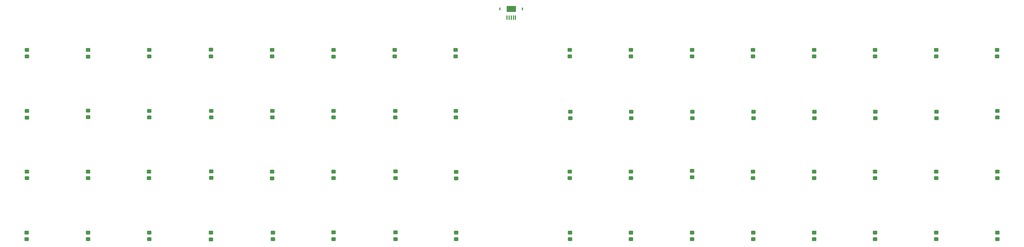
<source format=gbr>
%TF.GenerationSoftware,KiCad,Pcbnew,8.0.9-8.0.9-0~ubuntu22.04.1*%
%TF.CreationDate,2025-08-11T19:47:09-07:00*%
%TF.ProjectId,keyboard,6b657962-6f61-4726-942e-6b696361645f,rev?*%
%TF.SameCoordinates,Original*%
%TF.FileFunction,Paste,Bot*%
%TF.FilePolarity,Positive*%
%FSLAX46Y46*%
G04 Gerber Fmt 4.6, Leading zero omitted, Abs format (unit mm)*
G04 Created by KiCad (PCBNEW 8.0.9-8.0.9-0~ubuntu22.04.1) date 2025-08-11 19:47:09*
%MOMM*%
%LPD*%
G01*
G04 APERTURE LIST*
G04 Aperture macros list*
%AMRoundRect*
0 Rectangle with rounded corners*
0 $1 Rounding radius*
0 $2 $3 $4 $5 $6 $7 $8 $9 X,Y pos of 4 corners*
0 Add a 4 corners polygon primitive as box body*
4,1,4,$2,$3,$4,$5,$6,$7,$8,$9,$2,$3,0*
0 Add four circle primitives for the rounded corners*
1,1,$1+$1,$2,$3*
1,1,$1+$1,$4,$5*
1,1,$1+$1,$6,$7*
1,1,$1+$1,$8,$9*
0 Add four rect primitives between the rounded corners*
20,1,$1+$1,$2,$3,$4,$5,0*
20,1,$1+$1,$4,$5,$6,$7,0*
20,1,$1+$1,$6,$7,$8,$9,0*
20,1,$1+$1,$8,$9,$2,$3,0*%
G04 Aperture macros list end*
%ADD10RoundRect,0.250000X0.450000X-0.325000X0.450000X0.325000X-0.450000X0.325000X-0.450000X-0.325000X0*%
%ADD11R,0.300000X0.850000*%
%ADD12RoundRect,0.100000X-0.100000X-0.575000X0.100000X-0.575000X0.100000X0.575000X-0.100000X0.575000X0*%
%ADD13RoundRect,0.250000X-1.200000X-0.700000X1.200000X-0.700000X1.200000X0.700000X-1.200000X0.700000X0*%
G04 APERTURE END LIST*
D10*
%TO.C,D55*%
X106045000Y-154322500D03*
X106045000Y-152272500D03*
%TD*%
%TO.C,D17*%
X294145000Y-116322500D03*
X294145000Y-114272500D03*
%TD*%
%TO.C,D33*%
X201490000Y-116282500D03*
X201490000Y-114232500D03*
%TD*%
%TO.C,D12*%
X332187500Y-173372500D03*
X332187500Y-171322500D03*
%TD*%
%TO.C,D2*%
X370220000Y-135345000D03*
X370220000Y-133295000D03*
%TD*%
%TO.C,D26*%
X256210000Y-135587500D03*
X256210000Y-133537500D03*
%TD*%
%TO.C,D48*%
X144580000Y-173362500D03*
X144580000Y-171312500D03*
%TD*%
%TO.C,D21*%
X275142500Y-116322500D03*
X275142500Y-114272500D03*
%TD*%
%TO.C,D36*%
X201647500Y-173372500D03*
X201647500Y-171322500D03*
%TD*%
%TO.C,D46*%
X144440000Y-135357500D03*
X144440000Y-133307500D03*
%TD*%
%TO.C,D34*%
X201610000Y-135355000D03*
X201610000Y-133305000D03*
%TD*%
%TO.C,D13*%
X313147500Y-116322500D03*
X313147500Y-114272500D03*
%TD*%
%TO.C,D64*%
X67900000Y-173352500D03*
X67900000Y-171302500D03*
%TD*%
%TO.C,D5*%
X351200000Y-116322500D03*
X351200000Y-114272500D03*
%TD*%
%TO.C,D56*%
X106065000Y-173402500D03*
X106065000Y-171352500D03*
%TD*%
%TO.C,D29*%
X237090000Y-116322500D03*
X237090000Y-114272500D03*
%TD*%
%TO.C,D60*%
X87077500Y-173382500D03*
X87077500Y-171332500D03*
%TD*%
%TO.C,D58*%
X87047500Y-135305000D03*
X87047500Y-133255000D03*
%TD*%
%TO.C,D38*%
X182695000Y-135347500D03*
X182695000Y-133297500D03*
%TD*%
%TO.C,D30*%
X237207500Y-135587500D03*
X237207500Y-133537500D03*
%TD*%
%TO.C,D20*%
X294182500Y-173372500D03*
X294182500Y-171322500D03*
%TD*%
%TO.C,D42*%
X163510000Y-135377500D03*
X163510000Y-133327500D03*
%TD*%
%TO.C,D22*%
X275260000Y-135587500D03*
X275260000Y-133537500D03*
%TD*%
%TO.C,D19*%
X294152500Y-154332500D03*
X294152500Y-152282500D03*
%TD*%
%TO.C,D32*%
X237127500Y-173372500D03*
X237127500Y-171322500D03*
%TD*%
%TO.C,D3*%
X370210000Y-154332500D03*
X370210000Y-152282500D03*
%TD*%
%TO.C,D45*%
X144362500Y-116312500D03*
X144362500Y-114262500D03*
%TD*%
%TO.C,D50*%
X125412500Y-135345000D03*
X125412500Y-133295000D03*
%TD*%
%TO.C,D10*%
X332267500Y-135587500D03*
X332267500Y-133537500D03*
%TD*%
%TO.C,D61*%
X67980000Y-116302500D03*
X67980000Y-114252500D03*
%TD*%
%TO.C,D37*%
X182507500Y-116302500D03*
X182507500Y-114252500D03*
%TD*%
D11*
%TO.C,J101*%
X215350000Y-101500000D03*
X222350000Y-101500000D03*
D12*
X220150000Y-104175000D03*
X219500000Y-104175000D03*
X218850000Y-104175000D03*
X218200000Y-104175000D03*
X217550000Y-104175000D03*
D13*
X218850000Y-101500000D03*
%TD*%
D10*
%TO.C,D62*%
X67970000Y-135412500D03*
X67970000Y-133362500D03*
%TD*%
%TO.C,D6*%
X351317500Y-135587500D03*
X351317500Y-133537500D03*
%TD*%
%TO.C,D27*%
X256100000Y-154332500D03*
X256100000Y-152282500D03*
%TD*%
%TO.C,D54*%
X106095000Y-135365000D03*
X106095000Y-133315000D03*
%TD*%
%TO.C,D11*%
X332157500Y-154332500D03*
X332157500Y-152282500D03*
%TD*%
%TO.C,D43*%
X163507500Y-154352500D03*
X163507500Y-152302500D03*
%TD*%
%TO.C,D28*%
X256130000Y-173372500D03*
X256130000Y-171322500D03*
%TD*%
%TO.C,D41*%
X163480000Y-116352500D03*
X163480000Y-114302500D03*
%TD*%
%TO.C,D44*%
X163457500Y-173342500D03*
X163457500Y-171292500D03*
%TD*%
%TO.C,D57*%
X87070000Y-116362500D03*
X87070000Y-114312500D03*
%TD*%
%TO.C,D59*%
X87047500Y-154302500D03*
X87047500Y-152252500D03*
%TD*%
%TO.C,D35*%
X201657500Y-154422500D03*
X201657500Y-152372500D03*
%TD*%
%TO.C,D24*%
X275180000Y-173372500D03*
X275180000Y-171322500D03*
%TD*%
%TO.C,D47*%
X144360000Y-154362500D03*
X144360000Y-152312500D03*
%TD*%
%TO.C,D16*%
X313185000Y-173372500D03*
X313185000Y-171322500D03*
%TD*%
%TO.C,D14*%
X313265000Y-135587500D03*
X313265000Y-133537500D03*
%TD*%
%TO.C,D1*%
X370202500Y-116322500D03*
X370202500Y-114272500D03*
%TD*%
%TO.C,D53*%
X106097500Y-116322500D03*
X106097500Y-114272500D03*
%TD*%
%TO.C,D15*%
X313155000Y-154332500D03*
X313155000Y-152282500D03*
%TD*%
%TO.C,D25*%
X256092500Y-116322500D03*
X256092500Y-114272500D03*
%TD*%
%TO.C,D4*%
X370240000Y-173372500D03*
X370240000Y-171322500D03*
%TD*%
%TO.C,D23*%
X275150000Y-154087500D03*
X275150000Y-152037500D03*
%TD*%
%TO.C,D9*%
X332150000Y-116322500D03*
X332150000Y-114272500D03*
%TD*%
%TO.C,D7*%
X351207500Y-154332500D03*
X351207500Y-152282500D03*
%TD*%
%TO.C,D51*%
X125412500Y-154262500D03*
X125412500Y-152212500D03*
%TD*%
%TO.C,D18*%
X294262500Y-135587500D03*
X294262500Y-133537500D03*
%TD*%
%TO.C,D49*%
X125275000Y-116272500D03*
X125275000Y-114222500D03*
%TD*%
%TO.C,D39*%
X182820000Y-154292500D03*
X182820000Y-152242500D03*
%TD*%
%TO.C,D52*%
X125312500Y-173412500D03*
X125312500Y-171362500D03*
%TD*%
%TO.C,D8*%
X351237500Y-173372500D03*
X351237500Y-171322500D03*
%TD*%
%TO.C,D63*%
X68030000Y-154332500D03*
X68030000Y-152282500D03*
%TD*%
%TO.C,D31*%
X237097500Y-154332500D03*
X237097500Y-152282500D03*
%TD*%
%TO.C,D40*%
X182780000Y-173335000D03*
X182780000Y-171285000D03*
%TD*%
M02*

</source>
